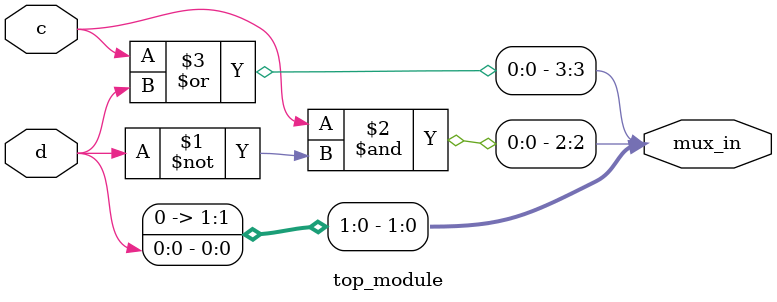
<source format=sv>
module top_module (
    input c,
    input d,
    output [3:0] mux_in
);

    // Assign values based on the provided Karnaugh map

    // ab = 00
    assign mux_in[0] = d;   // 00 01 11 10 => (0 0 0 1)

    // ab = 01
    assign mux_in[1] = 0;   // 00 01 11 10 => (1 0 0 0)

    // ab = 10
    assign mux_in[2] = c & ~d;   // 00 01 11 10 => (1 0 0 1)

    // ab = 11
    assign mux_in[3] = c | d;   // 00 01 11 10 => (1 0 1 1)

endmodule

</source>
